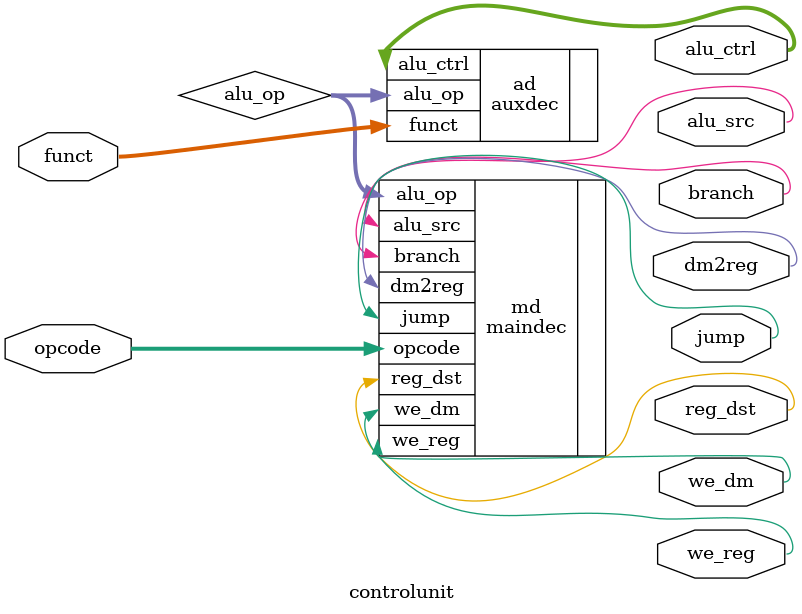
<source format=v>
module controlunit (
        input  wire [5:0]  opcode,
        input  wire [5:0]  funct,
        output wire        branch,
        output wire        jump,
        output wire        reg_dst,
        output wire        we_reg,
        output wire        alu_src,
        output wire        we_dm,
        output wire        dm2reg,
        output wire [2:0]  alu_ctrl
    );
    
    wire [1:0] alu_op;

    maindec md (
        .opcode         (opcode),
        .branch         (branch),
        .jump           (jump),
        .reg_dst        (reg_dst),
        .we_reg         (we_reg),
        .alu_src        (alu_src),
        .we_dm          (we_dm),
        .dm2reg         (dm2reg),
        .alu_op         (alu_op)
    );

    auxdec ad (
        .alu_op         (alu_op),
        .funct          (funct),
        .alu_ctrl       (alu_ctrl)
    );

endmodule
</source>
